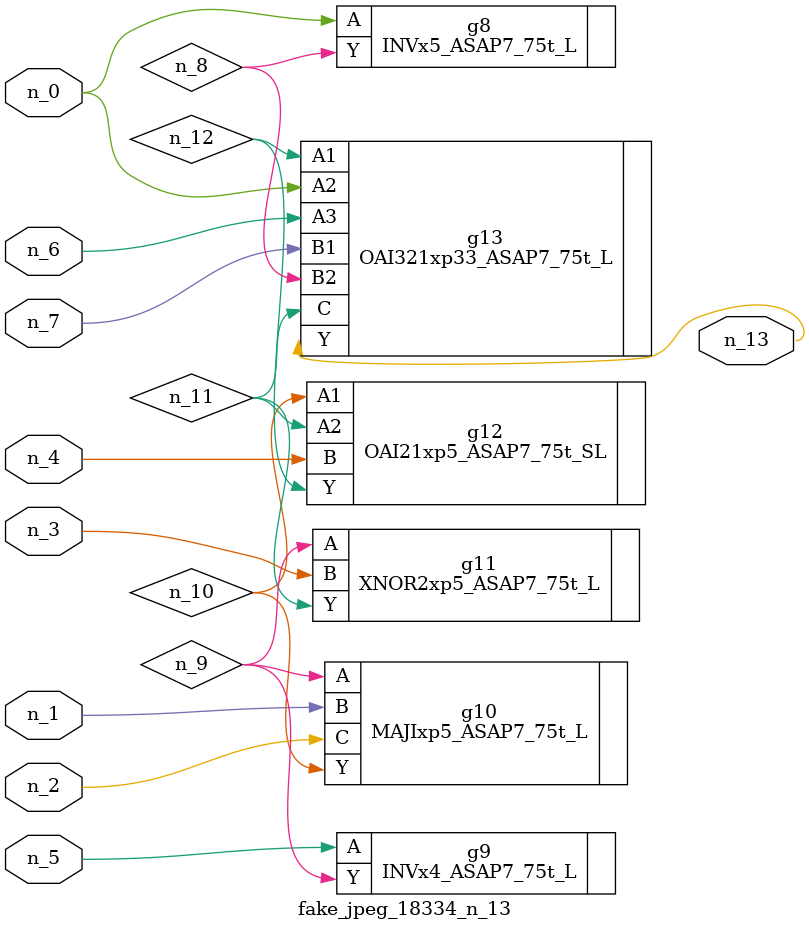
<source format=v>
module fake_jpeg_18334_n_13 (n_3, n_2, n_1, n_0, n_4, n_6, n_5, n_7, n_13);

input n_3;
input n_2;
input n_1;
input n_0;
input n_4;
input n_6;
input n_5;
input n_7;

output n_13;

wire n_11;
wire n_10;
wire n_12;
wire n_8;
wire n_9;

INVx5_ASAP7_75t_L g8 ( 
.A(n_0),
.Y(n_8)
);

INVx4_ASAP7_75t_L g9 ( 
.A(n_5),
.Y(n_9)
);

MAJIxp5_ASAP7_75t_L g10 ( 
.A(n_9),
.B(n_1),
.C(n_2),
.Y(n_10)
);

OAI21xp5_ASAP7_75t_SL g12 ( 
.A1(n_10),
.A2(n_11),
.B(n_4),
.Y(n_12)
);

XNOR2xp5_ASAP7_75t_L g11 ( 
.A(n_9),
.B(n_3),
.Y(n_11)
);

OAI321xp33_ASAP7_75t_L g13 ( 
.A1(n_12),
.A2(n_0),
.A3(n_6),
.B1(n_7),
.B2(n_8),
.C(n_11),
.Y(n_13)
);


endmodule
</source>
